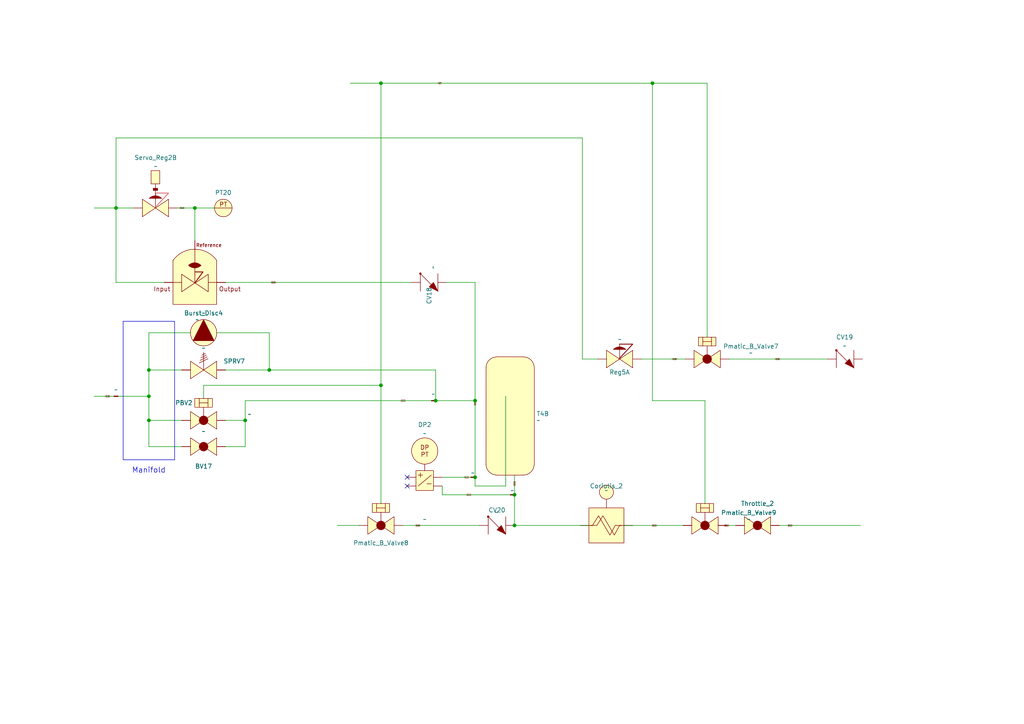
<source format=kicad_sch>
(kicad_sch (version 20250114) (generator "eeschema") (generator_version "9.0")
  (paper "A4")
  (lib_symbols
    (symbol "Ball_Valve_1"
      (property "Reference" "BV" (at 3.81 -4.318 0))
      (symbol "Ball_Valve_1_1_1"
        (polyline (pts (xy 3.81 0) (xy 0 -2.54) (xy 0 2.54) (xy 3.81 0)) (fill (type background)))
        (polyline (pts (xy 3.81 0) (xy 7.62 2.54) (xy 7.62 -2.54) (xy 3.81 0)) (fill (type background)))
        (circle (center 3.81 0) (radius 1.27) (fill (type outline)))
        (pin passive line (at -2.54 0 0) (length 2.54) (name "") (number ""))
        (pin passive line (at 10.16 0 180) (length 2.54) (name "") (number ""))
      )
    )
    (symbol "Check_Valve_1"
      (property "Reference" "CV" (at 2.54 -4.064 0))
      (symbol "Check_Valve_1_0_1"
        (polyline (pts (xy 0 2.54) (xy 5.08 -2.54)))
        (polyline (pts (xy 0 0) (xy 0 2.54)))
        (polyline (pts (xy 0 0) (xy 0 -2.54)))
        (polyline (pts (xy 5.08 -2.54) (xy 5.08 2.54)))
      )
      (symbol "Check_Valve_1_1_1"
        (circle (center 0 2.54) (radius 0.254) (fill (type outline)))
        (polyline (pts (xy 5.08 -2.54) (xy 2.54 -1.27) (xy 3.81 0) (xy 5.08 -2.54)) (fill (type outline)))
        (pin bidirectional line (at -2.54 0 0) (length 2.54) (name "") (number ""))
        (pin bidirectional line (at 7.62 0 180) (length 2.54) (name "") (number ""))
      )
    )
    (symbol "Check_Valve_2"
      (property "Reference" "CV" (at 2.54 -4.064 0))
      (symbol "Check_Valve_2_0_1"
        (polyline (pts (xy 0 2.54) (xy 5.08 -2.54)))
        (polyline (pts (xy 0 0) (xy 0 2.54)))
        (polyline (pts (xy 0 0) (xy 0 -2.54)))
        (polyline (pts (xy 5.08 -2.54) (xy 5.08 2.54)))
      )
      (symbol "Check_Valve_2_1_1"
        (circle (center 0 2.54) (radius 0.254) (fill (type outline)))
        (polyline (pts (xy 5.08 -2.54) (xy 2.54 -1.27) (xy 3.81 0) (xy 5.08 -2.54)) (fill (type outline)))
        (pin bidirectional line (at -2.54 0 0) (length 2.54) (name "") (number ""))
        (pin bidirectional line (at 7.62 0 180) (length 2.54) (name "") (number ""))
      )
    )
    (symbol "PID_symbols:Ball_Valve"
      (property "Reference" "BV" (at 3.81 -4.318 0))
      (symbol "Ball_Valve_1_1"
        (polyline (pts (xy 3.81 0) (xy 0 -2.54) (xy 0 2.54) (xy 3.81 0)) (fill (type background)))
        (polyline (pts (xy 3.81 0) (xy 7.62 2.54) (xy 7.62 -2.54) (xy 3.81 0)) (fill (type background)))
        (circle (center 3.81 0) (radius 1.27) (fill (type outline)))
        (pin passive line (at -2.54 0 0) (length 2.54) (name "") (number ""))
        (pin passive line (at 10.16 0 180) (length 2.54) (name "") (number ""))
      )
    )
    (symbol "PID_symbols:Burst_Disc"
      (property "Reference" "Burst_Disc" (at 0 -5.334 0))
      (symbol "Burst_Disc_1_1"
        (polyline (pts (xy 0 3.81) (xy -3.048 -2.286) (xy 3.048 -2.286) (xy 0 3.81)) (fill (type outline)))
        (circle (center 0 0) (radius 3.81) (fill (type background)))
        (pin passive line (at -3.81 0 0) (length 0) (name "") (number ""))
        (pin passive line (at 0 -3.81 90) (length 0) (name "") (number ""))
        (pin passive line (at 3.81 0 180) (length 0) (name "") (number ""))
      )
    )
    (symbol "PID_symbols:Check_Valve"
      (property "Reference" "CV" (at 2.54 -4.064 0))
      (symbol "Check_Valve_0_1"
        (polyline (pts (xy 0 2.54) (xy 5.08 -2.54)))
        (polyline (pts (xy 0 0) (xy 0 2.54)))
        (polyline (pts (xy 0 0) (xy 0 -2.54)))
        (polyline (pts (xy 5.08 -2.54) (xy 5.08 2.54)))
      )
      (symbol "Check_Valve_1_1"
        (circle (center 0 2.54) (radius 0.254) (fill (type outline)))
        (polyline (pts (xy 5.08 -2.54) (xy 2.54 -1.27) (xy 3.81 0) (xy 5.08 -2.54)) (fill (type outline)))
        (pin bidirectional line (at -2.54 0 0) (length 2.54) (name "") (number ""))
        (pin bidirectional line (at 7.62 0 180) (length 2.54) (name "") (number ""))
      )
    )
    (symbol "PID_symbols:Coriolis_Flow"
      (property "Reference" "CF" (at 0 9.398 0))
      (property "Description" "Coriolis_Desc" (at 0 -7.112 0))
      (symbol "Coriolis_Flow_1_1"
        (rectangle (start -5.08 5.08) (end 5.08 -5.08) (fill (type background)))
        (polyline (pts (xy -5.08 0) (xy -4.064 0) (xy -2.286 2.794) (xy 1.016 -2.794) (xy 2.54 0) (xy 4.318 0)))
        (polyline (pts (xy -4.572 0) (xy -2.794 0) (xy -1.016 2.794) (xy 2.286 -2.794) (xy 3.81 0) (xy 5.08 0)))
        (circle (center 0 9.652) (radius 2.032) (fill (type background)))
        (polyline (pts (xy 0 5.1434) (xy 0 7.62)))
        (pin input line (at -7.62 0 0) (length 2.54) (name "") (number ""))
        (pin input line (at 7.62 0 180) (length 2.54) (name "") (number ""))
      )
    )
    (symbol "PID_symbols:DP_Sensor"
      (property "Reference" "DP" (at 0 -8.89 0))
      (symbol "DP_Sensor_0_1"
        (polyline (pts (xy -1.905 -2.54) (xy -0.635 -2.54)))
        (polyline (pts (xy -1.905 -5.715) (xy 1.905 -2.54)))
        (polyline (pts (xy -1.27 -1.905) (xy -1.27 -3.175)))
        (polyline (pts (xy 0 -1.27) (xy 0 0.635)))
        (polyline (pts (xy 0.635 -5.08) (xy 1.905 -5.08)))
      )
      (symbol "DP_Sensor_1_1"
        (rectangle (start -2.5399 -1.2699) (end 2.5399 -6.9849) (fill (type background)))
        (circle (center 0 4.445) (radius 3.81) (fill (type background)))
        (text "DP\nPT\n" (at 0 4.445 0) (effects (font (size 1.27 1.27))))
        (pin input line (at -5.08 -3.175 0) (length 2.54) (name "") (number ""))
        (pin input line (at -5.08 -5.715 0) (length 2.54) (name "") (number ""))
        (pin input line (at 5.08 -3.175 180) (length 2.54) (name "") (number ""))
        (pin input line (at 5.08 -5.715 180) (length 2.54) (name "") (number ""))
      )
    )
    (symbol "PID_symbols:Dome_Reg"
      (property "Reference" "Dome" (at 0 -4.445 0))
      (symbol "Dome_Reg_0_1"
        (polyline (pts (xy -6.35 6.35) (xy -6.35 -6.35) (xy 6.35 -6.35) (xy 6.35 6.35)))
        (arc (start -6.35 6.35) (mid 0 9.6327) (end 6.35 6.35))
        (polyline (pts (xy 0 0) (xy 0 2.54)))
      )
      (symbol "Dome_Reg_1_1"
        (polyline (pts (xy -6.35 -6.35) (xy 6.35 -6.35) (xy 6.35 6.35) (xy 5.05 7.8) (xy 3.5 8.8) (xy 1.778 9.398) (xy -0.254 9.652) (xy -2.032 9.398) (xy -3.302 8.89) (xy -4.572 8.128) (xy -5.661 7.191) (xy -6.096 6.604) (xy -6.3 6.3) (xy -6.3 -6.3)) (stroke (width -0.0001)) (fill (type background)))
        (polyline (pts (xy -6.33 -0.002) (xy -3.83 0.002)))
        (polyline (pts (xy -3.834 -0.168) (xy -3.834 2.372) (xy -0.024 -0.168) (xy -3.834 -2.708) (xy -3.834 -0.168)) (fill (type background)))
        (polyline (pts (xy -1.824 4.932) (xy 1.732 4.932) (xy 1.478 5.186) (xy 0.97 5.44) (xy -0.046 5.694) (xy -1.062 5.44) (xy -1.57 5.186) (xy -1.824 4.932)) (stroke (width 0.01)) (fill (type outline)))
        (arc (start 1.754 4.9541) (mid -0.024 4.2176) (end -1.802 4.9541))
        (arc (start -1.802 4.9599) (mid -0.024 5.6964) (end 1.754 4.9599))
        (polyline (pts (xy 0 9.652) (xy 0 5.588)))
        (polyline (pts (xy 0 4.318) (xy 0 3.7)))
        (polyline (pts (xy 0 3.728) (xy 0 2.368)))
        (polyline (pts (xy 0 -0.15) (xy 2.3536 3.0474) (xy 0.05 3.05)) (stroke (width 0.25)))
        (polyline (pts (xy 0.076 -0.168) (xy 3.886 2.372) (xy 3.886 -2.708) (xy 0.076 -0.168)) (fill (type background)))
        (polyline (pts (xy 1.776 4.932) (xy -1.78 4.932) (xy -1.526 4.678) (xy -1.018 4.424) (xy -0.002 4.17) (xy 1.014 4.424) (xy 1.522 4.678) (xy 1.776 4.932)) (stroke (width 0.01)) (fill (type outline)))
        (polyline (pts (xy 3.9 0) (xy 6.35 0)))
        (text "Input" (at -9.525 -1.905 0) (effects (font (size 1.27 1.27))))
        (text "Reference \n" (at 4.445 10.795 0) (effects (font (size 1 1))))
        (text "Output" (at 10.16 -1.905 0) (effects (font (size 1.27 1.27))))
        (pin input line (at -8.89 0 0) (length 2.54) (name "") (number ""))
        (pin input line (at 0 12.065 270) (length 2.54) (name "") (number ""))
        (pin input line (at 8.89 0 180) (length 2.54) (name "") (number ""))
      )
    )
    (symbol "PID_symbols:Pneumatic_Rotary_Ball_Valve"
      (property "Reference" "Pmatic_B_Valve" (at 0 -3.81 0))
      (symbol "Pneumatic_Rotary_Ball_Valve_1_1"
        (polyline (pts (xy -1.27 5.08) (xy 1.27 5.08)))
        (polyline (pts (xy -1.27 3.81) (xy -1.27 6.35)))
        (polyline (pts (xy 0 0) (xy -3.81 2.54) (xy -3.81 -2.54) (xy 0 0)) (fill (type background)))
        (polyline (pts (xy 0 0) (xy 3.81 2.54) (xy 3.81 -2.54) (xy 0 0)) (fill (type background)))
        (polyline (pts (xy 0 0) (xy 0 2.54) (xy 0 3.81) (xy -2.54 3.81) (xy -2.54 6.35) (xy 2.54 6.35) (xy 2.54 3.81) (xy 0 3.81)) (fill (type background)))
        (circle (center 0 0) (radius 1.27) (fill (type outline)))
        (polyline (pts (xy 1.27 6.35) (xy 1.27 3.81)))
        (pin passive line (at -6.35 0 0) (length 2.54) (name "") (number ""))
        (pin passive line (at 0 6.35 270) (length 0) (name "") (number ""))
        (pin passive line (at 0 -1.27 90) (length 0) (name "") (number ""))
        (pin passive line (at 6.35 0 180) (length 2.54) (name "") (number ""))
      )
    )
    (symbol "PID_symbols:Pressure_Regulator"
      (property "Reference" "Servo_Reg" (at 3.81 -3.81 0))
      (symbol "Pressure_Regulator_0_1"
        (polyline (pts (xy 2.032 2.794) (xy 5.588 2.794)))
        (polyline (pts (xy 3.81 2.54) (xy 3.81 2.794)))
        (polyline (pts (xy 3.81 0) (xy 3.81 2.54)))
      )
      (symbol "Pressure_Regulator_1_1"
        (unit_name "Reg")
        (polyline (pts (xy 0 0) (xy 0 2.54) (xy 3.81 0) (xy 0 -2.54) (xy 0 0)) (fill (type background)))
        (polyline (pts (xy 2.032 2.794) (xy 5.588 2.794) (xy 5.334 3.048) (xy 4.826 3.302) (xy 3.81 3.556) (xy 2.794 3.302) (xy 2.286 3.048) (xy 2.032 2.794)) (stroke (width 0.01)) (fill (type outline)))
        (polyline (pts (xy 3.81 4.318) (xy 3.81 3.81)))
        (polyline (pts (xy 3.81 3.81) (xy 3.81 3.556)))
        (arc (start 2.032 2.794) (mid 3.81 3.5305) (end 5.588 2.794))
        (polyline (pts (xy 3.81 0.254) (xy 7.62 4.318) (xy 3.81 4.318)) (stroke (width 0.25)))
        (polyline (pts (xy 3.81 0) (xy 7.62 2.54) (xy 7.62 -2.54) (xy 3.81 0)) (fill (type background)))
        (pin passive line (at -2.54 0 0) (length 2.54) (name "") (number ""))
        (pin passive line (at 10.16 0 180) (length 2.54) (name "") (number ""))
      )
      (symbol "Pressure_Regulator_1_2"
        (unit_name "Reg")
        (pin passive line (at -2.54 0 0) (length 2.54) (name "") (number ""))
        (pin passive line (at 10.16 0 180) (length 2.54) (name "") (number ""))
      )
      (symbol "Pressure_Regulator_2_1"
        (unit_name "Servo-Reg")
        (polyline (pts (xy 0 0) (xy 0 2.54) (xy 3.81 0) (xy 0 -2.54) (xy 0 0)) (fill (type background)))
        (polyline (pts (xy 2.032 2.794) (xy 5.588 2.794) (xy 5.334 3.048) (xy 4.826 3.302) (xy 3.81 3.556) (xy 2.794 3.302) (xy 2.286 3.048) (xy 2.032 2.794)) (stroke (width 0.01)) (fill (type outline)))
        (rectangle (start 2.54 10.795) (end 5.08 6.985) (fill (type background)))
        (rectangle (start 3.175 5.715) (end 4.445 5.08) (fill (type outline)))
        (polyline (pts (xy 3.81 4.318) (xy 3.81 3.81)))
        (polyline (pts (xy 3.81 3.81) (xy 3.81 6.985)))
        (polyline (pts (xy 3.81 3.81) (xy 3.81 3.556)))
        (arc (start 2.032 2.794) (mid 3.81 3.5305) (end 5.588 2.794))
        (polyline (pts (xy 3.81 0.254) (xy 7.62 4.318) (xy 3.81 4.318)) (stroke (width 0.25) (color 224 108 117 1)))
        (polyline (pts (xy 3.81 0) (xy 7.62 2.54) (xy 7.62 -2.54) (xy 3.81 0)) (fill (type background)))
        (pin passive line (at -2.54 0 0) (length 2.54) (name "") (number ""))
        (pin passive line (at 10.16 0 180) (length 2.54) (name "") (number ""))
      )
      (symbol "Pressure_Regulator_2_2"
        (unit_name "Servo-Reg")
        (pin passive line (at -2.54 0 0) (length 2.54) (name "") (number ""))
        (pin passive line (at 10.16 0 180) (length 2.54) (name "") (number ""))
      )
    )
    (symbol "PID_symbols:Pressure_Transducer"
      (property "Reference" "PT" (at 0 -3.81 0))
      (symbol "Pressure_Transducer_0_1"
        (polyline (pts (xy -2.54 0) (xy 2.54 0)))
      )
      (symbol "Pressure_Transducer_1_1"
        (circle (center 0 0) (radius 2.54) (fill (type background)))
        (text "PT\n" (at 0 1.016 0) (effects (font (size 1.27 1.27))))
        (pin passive line (at -2.54 0 0) (length 0) (name "") (number ""))
        (pin passive line (at 0 -2.54 90) (length 0) (name "") (number ""))
        (pin passive line (at 2.54 0 180) (length 0) (name "") (number ""))
      )
    )
    (symbol "PID_symbols:SPRV"
      (property "Reference" "SPRV" (at 3.556 -3.302 0))
      (symbol "SPRV_0_1"
        (polyline (pts (xy 3.81 0) (xy 3.81 5.08)))
        (polyline (pts (xy 4.318 4.826) (xy 3.302 4.318)))
        (polyline (pts (xy 4.572 4.318) (xy 3.048 3.556)))
        (polyline (pts (xy 4.826 3.81) (xy 2.794 2.794)))
        (polyline (pts (xy 5.08 3.302) (xy 2.54 2.032)))
      )
      (symbol "SPRV_1_1"
        (polyline (pts (xy 0 0) (xy 0 2.54) (xy 3.81 0) (xy 0 -2.54) (xy 0 0)) (fill (type background)))
        (polyline (pts (xy 3.81 0) (xy 7.62 2.54) (xy 7.62 -2.54) (xy 3.81 0)) (fill (type background)))
        (pin passive line (at -2.54 0 0) (length 2.54) (name "") (number ""))
        (pin passive line (at 10.16 0 180) (length 2.54) (name "") (number ""))
      )
    )
    (symbol "PID_symbols:Tank"
      (property "Reference" "T" (at 6.35 5.08 0))
      (symbol "Tank_1_1"
        (unit_name "Small")
        (polyline (pts (xy -2.54 0) (xy -2.54 8.255) (xy -2.54 8.89)))
        (polyline (pts (xy -2.54 0) (xy -2.286 -1.016) (xy -2.032 -1.524) (xy -1.524 -2.032) (xy -1.016 -2.286) (xy -0.254 -2.54) (xy 1.524 -2.54) (xy 2.286 -2.54) (xy 3.048 -2.54) (xy 4.064 -2.032) (xy 4.572 -1.524) (xy 4.826 -1.016) (xy 5.08 0) (xy 5.08 3.81) (xy 5.08 8.89) (xy 4.826 9.906) (xy 4.318 10.668) (xy 3.81 11.176) (xy 3.048 11.43) (xy 1.524 11.43) (xy 0.508 11.43) (xy -0.254 11.43) (xy -1.016 11.176) (xy -1.524 10.922) (xy -2.032 10.414) (xy -2.54 9.144) (xy -2.54 0)) (stroke (width -0.0001)) (fill (type background)))
        (arc (start -2.54 8.89) (mid -1.7961 10.6861) (end 0 11.43))
        (arc (start 0 -2.54) (mid -1.7961 -1.7961) (end -2.54 0))
        (polyline (pts (xy 0 11.43) (xy 2.54 11.43)))
        (polyline (pts (xy 0 -2.54) (xy 2.54 -2.54)))
        (arc (start 2.54 11.43) (mid 4.3361 10.6861) (end 5.08 8.89))
        (arc (start 5.08 0) (mid 4.3361 -1.7961) (end 2.54 -2.54))
        (polyline (pts (xy 5.08 8.89) (xy 5.08 0)))
        (pin passive line (at 1.27 11.43 270) (length 0) (name "") (number ""))
        (pin passive line (at 1.27 -2.54 90) (length 0) (name "") (number ""))
      )
      (symbol "Tank_1_2"
        (unit_name "Small")
        (pin passive line (at 1.27 11.43 270) (length 0) (name "") (number ""))
        (pin passive line (at 1.27 -2.54 90) (length 0) (name "") (number ""))
      )
      (symbol "Tank_2_1"
        (unit_name "Big COAX")
        (polyline (pts (xy -5.715 0.635) (xy -5.715 28.575)))
        (arc (start -5.715 28.575) (mid -4.7851 30.8201) (end -2.54 31.75))
        (arc (start -2.54 -2.54) (mid -4.7851 -1.6101) (end -5.715 0.635))
        (polyline (pts (xy -2.54 31.75) (xy 5.08 31.75)))
        (polyline (pts (xy -2.54 -2.54) (xy 5.08 -2.54)))
        (arc (start 5.0799 31.7499) (mid 7.325 30.82) (end 8.2549 28.5749))
        (arc (start 8.255 0.635) (mid 7.3251 -1.6101) (end 5.08 -2.54))
        (polyline (pts (xy 5.4324 -2.5474) (xy 6.85 -2) (xy 7.62 -1.27) (xy 8.128 -0.508) (xy 8.25 1.45) (xy 8.25 4.75) (xy 8.25 28.65) (xy 8.15 29.55) (xy 7.4 30.85) (xy 6.2 31.6) (xy 5.15 31.7) (xy -2.4 31.75) (xy -3.25 31.7) (xy -4.3 31.25) (xy -5.2 30.4) (xy -5.5 29.7) (xy -5.65 28.85) (xy -5.7 28.45) (xy -5.75 0.3) (xy -5.35 -1) (xy -4.45 -1.85) (xy -3.7 -2.3) (xy -2.8 -2.55) (xy 5.5 -2.5)) (stroke (width -0.0001)) (fill (type background)))
        (polyline (pts (xy 8.255 28.575) (xy 8.255 0.635)))
        (pin passive line (at 0 20.32 90) (length 0) (name "") (number ""))
        (pin passive line (at 2.54 -2.54 90) (length 0) (name "") (number ""))
      )
      (symbol "Tank_2_2"
        (unit_name "Big COAX")
        (pin passive line (at 0 -2.54 90) (length 0) (name "") (number ""))
        (pin passive line (at 2.54 -2.54 90) (length 0) (name "") (number ""))
      )
    )
    (symbol "PID_symbols:stop" (in_bom no) (on_board no)
      (symbol "stop_1_1"
        (rectangle (start -1.27 0.127) (end 0 -0.127) (stroke (width 0.05)) (fill (type outline)))
        (pin bidirectional line (at -1.27 0 0) (length 0) (name "") (number ""))
        (pin bidirectional line (at 0 0 180) (length 0) (name "") (number ""))
      )
    )
    (symbol "Pneumatic_Rotary_Ball_Valve_1"
      (property "Reference" "Pmatic_B_Valve" (at 0 -3.81 0))
      (symbol "Pneumatic_Rotary_Ball_Valve_1_1_1"
        (polyline (pts (xy -1.27 5.08) (xy 1.27 5.08)))
        (polyline (pts (xy -1.27 3.81) (xy -1.27 6.35)))
        (polyline (pts (xy 0 0) (xy -3.81 2.54) (xy -3.81 -2.54) (xy 0 0)) (fill (type background)))
        (polyline (pts (xy 0 0) (xy 3.81 2.54) (xy 3.81 -2.54) (xy 0 0)) (fill (type background)))
        (polyline (pts (xy 0 0) (xy 0 2.54) (xy 0 3.81) (xy -2.54 3.81) (xy -2.54 6.35) (xy 2.54 6.35) (xy 2.54 3.81) (xy 0 3.81)) (fill (type background)))
        (circle (center 0 0) (radius 1.27) (fill (type outline)))
        (polyline (pts (xy 1.27 6.35) (xy 1.27 3.81)))
        (pin passive line (at -6.35 0 0) (length 2.54) (name "") (number ""))
        (pin passive line (at 0 6.35 270) (length 0) (name "") (number ""))
        (pin passive line (at 0 -1.27 90) (length 0) (name "") (number ""))
        (pin passive line (at 6.35 0 180) (length 2.54) (name "") (number ""))
      )
    )
    (symbol "Pneumatic_Rotary_Ball_Valve_2"
      (property "Reference" "Pmatic_B_Valve" (at 0 -3.81 0))
      (symbol "Pneumatic_Rotary_Ball_Valve_2_1_1"
        (polyline (pts (xy -1.27 5.08) (xy 1.27 5.08)))
        (polyline (pts (xy -1.27 3.81) (xy -1.27 6.35)))
        (polyline (pts (xy 0 0) (xy -3.81 2.54) (xy -3.81 -2.54) (xy 0 0)) (fill (type background)))
        (polyline (pts (xy 0 0) (xy 3.81 2.54) (xy 3.81 -2.54) (xy 0 0)) (fill (type background)))
        (polyline (pts (xy 0 0) (xy 0 2.54) (xy 0 3.81) (xy -2.54 3.81) (xy -2.54 6.35) (xy 2.54 6.35) (xy 2.54 3.81) (xy 0 3.81)) (fill (type background)))
        (circle (center 0 0) (radius 1.27) (fill (type outline)))
        (polyline (pts (xy 1.27 6.35) (xy 1.27 3.81)))
        (pin passive line (at -6.35 0 0) (length 2.54) (name "") (number ""))
        (pin passive line (at 0 6.35 270) (length 0) (name "") (number ""))
        (pin passive line (at 0 -1.27 90) (length 0) (name "") (number ""))
        (pin passive line (at 6.35 0 180) (length 2.54) (name "") (number ""))
      )
    )
    (symbol "Pneumatic_Rotary_Ball_Valve_3"
      (property "Reference" "Pmatic_B_Valve" (at 0 -3.81 0))
      (symbol "Pneumatic_Rotary_Ball_Valve_3_1_1"
        (polyline (pts (xy -1.27 5.08) (xy 1.27 5.08)))
        (polyline (pts (xy -1.27 3.81) (xy -1.27 6.35)))
        (polyline (pts (xy 0 0) (xy -3.81 2.54) (xy -3.81 -2.54) (xy 0 0)) (fill (type background)))
        (polyline (pts (xy 0 0) (xy 3.81 2.54) (xy 3.81 -2.54) (xy 0 0)) (fill (type background)))
        (polyline (pts (xy 0 0) (xy 0 2.54) (xy 0 3.81) (xy -2.54 3.81) (xy -2.54 6.35) (xy 2.54 6.35) (xy 2.54 3.81) (xy 0 3.81)) (fill (type background)))
        (circle (center 0 0) (radius 1.27) (fill (type outline)))
        (polyline (pts (xy 1.27 6.35) (xy 1.27 3.81)))
        (pin passive line (at -6.35 0 0) (length 2.54) (name "") (number ""))
        (pin passive line (at 0 6.35 270) (length 0) (name "") (number ""))
        (pin passive line (at 0 -1.27 90) (length 0) (name "") (number ""))
        (pin passive line (at 6.35 0 180) (length 2.54) (name "") (number ""))
      )
    )
    (symbol "Pressure_Regulator_1"
      (property "Reference" "Servo_Reg" (at 3.81 -3.81 0))
      (symbol "Pressure_Regulator_1_0_1"
        (polyline (pts (xy 2.032 2.794) (xy 5.588 2.794)))
        (polyline (pts (xy 3.81 2.54) (xy 3.81 2.794)))
        (polyline (pts (xy 3.81 0) (xy 3.81 2.54)))
      )
      (symbol "Pressure_Regulator_1_1_1"
        (unit_name "Reg")
        (polyline (pts (xy 0 0) (xy 0 2.54) (xy 3.81 0) (xy 0 -2.54) (xy 0 0)) (fill (type background)))
        (polyline (pts (xy 2.032 2.794) (xy 5.588 2.794) (xy 5.334 3.048) (xy 4.826 3.302) (xy 3.81 3.556) (xy 2.794 3.302) (xy 2.286 3.048) (xy 2.032 2.794)) (stroke (width 0.01)) (fill (type outline)))
        (polyline (pts (xy 3.81 4.318) (xy 3.81 3.81)))
        (polyline (pts (xy 3.81 3.81) (xy 3.81 3.556)))
        (arc (start 2.032 2.794) (mid 3.81 3.5305) (end 5.588 2.794))
        (polyline (pts (xy 3.81 0.254) (xy 7.62 4.318) (xy 3.81 4.318)) (stroke (width 0.25)))
        (polyline (pts (xy 3.81 0) (xy 7.62 2.54) (xy 7.62 -2.54) (xy 3.81 0)) (fill (type background)))
        (pin passive line (at -2.54 0 0) (length 2.54) (name "") (number ""))
        (pin passive line (at 10.16 0 180) (length 2.54) (name "") (number ""))
      )
      (symbol "Pressure_Regulator_1_1_2"
        (unit_name "Reg")
        (pin passive line (at -2.54 0 0) (length 2.54) (name "") (number ""))
        (pin passive line (at 10.16 0 180) (length 2.54) (name "") (number ""))
      )
      (symbol "Pressure_Regulator_1_2_1"
        (unit_name "Servo-Reg")
        (polyline (pts (xy 0 0) (xy 0 2.54) (xy 3.81 0) (xy 0 -2.54) (xy 0 0)) (fill (type background)))
        (polyline (pts (xy 2.032 2.794) (xy 5.588 2.794) (xy 5.334 3.048) (xy 4.826 3.302) (xy 3.81 3.556) (xy 2.794 3.302) (xy 2.286 3.048) (xy 2.032 2.794)) (stroke (width 0.01)) (fill (type outline)))
        (rectangle (start 2.54 10.795) (end 5.08 6.985) (fill (type background)))
        (rectangle (start 3.175 5.715) (end 4.445 5.08) (fill (type outline)))
        (polyline (pts (xy 3.81 4.318) (xy 3.81 3.81)))
        (polyline (pts (xy 3.81 3.81) (xy 3.81 6.985)))
        (polyline (pts (xy 3.81 3.81) (xy 3.81 3.556)))
        (arc (start 2.032 2.794) (mid 3.81 3.5305) (end 5.588 2.794))
        (polyline (pts (xy 3.81 0.254) (xy 7.62 4.318) (xy 3.81 4.318)) (stroke (width 0.25) (color 224 108 117 1)))
        (polyline (pts (xy 3.81 0) (xy 7.62 2.54) (xy 7.62 -2.54) (xy 3.81 0)) (fill (type background)))
        (pin passive line (at -2.54 0 0) (length 2.54) (name "") (number ""))
        (pin passive line (at 10.16 0 180) (length 2.54) (name "") (number ""))
      )
      (symbol "Pressure_Regulator_1_2_2"
        (unit_name "Servo-Reg")
        (pin passive line (at -2.54 0 0) (length 2.54) (name "") (number ""))
        (pin passive line (at 10.16 0 180) (length 2.54) (name "") (number ""))
      )
    )
    (symbol "stop_1" (in_bom no) (on_board no)
      (symbol "stop_1_1_1"
        (rectangle (start -1.27 0.127) (end 0 -0.127) (stroke (width 0.05)) (fill (type outline)))
        (pin bidirectional line (at -1.27 0 0) (length 0) (name "") (number ""))
        (pin bidirectional line (at 0 0 180) (length 0) (name "") (number ""))
      )
    )
    (symbol "stop_2" (in_bom no) (on_board no)
      (symbol "stop_2_1_1"
        (rectangle (start -1.27 0.127) (end 0 -0.127) (stroke (width 0.05)) (fill (type outline)))
        (pin bidirectional line (at -1.27 0 0) (length 0) (name "") (number ""))
        (pin bidirectional line (at 0 0 180) (length 0) (name "") (number ""))
      )
    )
    (symbol "stop_3" (in_bom no) (on_board no)
      (symbol "stop_3_1_1"
        (rectangle (start -1.27 0.127) (end 0 -0.127) (stroke (width 0.05)) (fill (type outline)))
        (pin bidirectional line (at -1.27 0 0) (length 0) (name "") (number ""))
        (pin bidirectional line (at 0 0 180) (length 0) (name "") (number ""))
      )
    )
  )
  (rectangle (start 35.7187 93.1863) (end 50.6413 133.3499))
  (text "Manifold" (at 43.18 136.525 0) (effects (font (size 1.524 1.524))))
  (junction (at 43.18 114.935))
  (junction (at 56.515 60.325))
  (junction (at 137.795 116.205))
  (junction (at 43.18 107.315))
  (junction (at 149.225 152.4))
  (junction (at 110.49 111.76))
  (junction (at 43.18 121.92))
  (junction (at 110.49 24.13))
  (junction (at 126.365 116.205))
  (junction (at 149.225 143.51))
  (junction (at 78.105 107.315))
  (junction (at 137.795 138.43))
  (junction (at 71.12 121.92))
  (junction (at 189.23 24.13))
  (junction (at 33.655 60.325))
  (no_connect (at 118.11 140.97))
  (no_connect (at 118.11 138.43))
  (wire (pts (xy 116.84 152.4) (xy 139.065 152.4)))
  (wire (pts (xy 43.18 107.315) (xy 43.18 114.935)))
  (wire (pts (xy 226.06 152.4) (xy 249.555 152.4)))
  (wire (pts (xy 65.405 129.54) (xy 71.12 129.54)))
  (wire (pts (xy 65.405 107.315) (xy 78.105 107.315)))
  (wire (pts (xy 56.515 60.325) (xy 62.23 60.325)))
  (wire (pts (xy 128.27 140.97) (xy 128.27 143.51)))
  (wire (pts (xy 110.49 24.13) (xy 110.49 111.76)))
  (wire (pts (xy 137.795 138.43) (xy 137.795 140.97)))
  (wire (pts (xy 43.18 129.54) (xy 43.18 121.92)))
  (wire (pts (xy 168.91 40.005) (xy 33.655 40.005)))
  (wire (pts (xy 211.455 104.14) (xy 240.03 104.14)))
  (wire (pts (xy 43.18 129.54) (xy 52.705 129.54)))
  (wire (pts (xy 33.655 40.005) (xy 33.655 60.325)))
  (wire (pts (xy 78.105 96.52) (xy 78.105 107.315)))
  (wire (pts (xy 27.305 60.325) (xy 33.655 60.325)))
  (wire (pts (xy 110.49 111.76) (xy 110.49 146.05)))
  (wire (pts (xy 71.12 116.205) (xy 125.095 116.205)))
  (wire (pts (xy 210.82 152.4) (xy 213.36 152.4)))
  (wire (pts (xy 71.12 116.205) (xy 71.12 121.92)))
  (wire (pts (xy 137.795 140.97) (xy 146.685 140.97)))
  (wire (pts (xy 128.27 138.43) (xy 136.525 138.43)))
  (wire (pts (xy 129.54 81.915) (xy 137.795 81.915)))
  (wire (pts (xy 33.655 81.915) (xy 47.625 81.915)))
  (wire (pts (xy 56.515 60.325) (xy 56.515 69.85)))
  (wire (pts (xy 43.18 114.935) (xy 43.18 121.92)))
  (wire (pts (xy 65.405 81.915) (xy 119.38 81.915)))
  (wire (pts (xy 173.355 104.14) (xy 168.91 104.14)))
  (wire (pts (xy 33.655 60.325) (xy 38.735 60.325)))
  (wire (pts (xy 149.225 152.4) (xy 170.815 152.4)))
  (wire (pts (xy 59.055 111.76) (xy 110.49 111.76)))
  (wire (pts (xy 146.685 114.935) (xy 146.685 140.97)))
  (wire (pts (xy 43.18 107.315) (xy 52.705 107.315)))
  (wire (pts (xy 43.18 96.52) (xy 43.18 107.315)))
  (wire (pts (xy 65.405 121.92) (xy 71.12 121.92)))
  (wire (pts (xy 101.6 24.13) (xy 110.49 24.13)))
  (wire (pts (xy 59.055 115.57) (xy 59.055 111.76)))
  (wire (pts (xy 27.305 114.935) (xy 33.02 114.935)))
  (wire (pts (xy 149.225 143.51) (xy 149.225 137.795)))
  (wire (pts (xy 180.975 152.4) (xy 198.12 152.4)))
  (wire (pts (xy 137.795 81.915) (xy 137.795 116.205)))
  (wire (pts (xy 186.055 104.14) (xy 198.755 104.14)))
  (wire (pts (xy 110.49 24.13) (xy 189.23 24.13)))
  (wire (pts (xy 34.29 114.935) (xy 43.18 114.935)))
  (wire (pts (xy 189.23 24.13) (xy 189.23 116.205)))
  (wire (pts (xy 97.79 152.4) (xy 104.14 152.4)))
  (wire (pts (xy 204.47 116.205) (xy 189.23 116.205)))
  (wire (pts (xy 204.47 146.05) (xy 204.47 116.205)))
  (wire (pts (xy 149.225 152.4) (xy 149.225 143.51)))
  (wire (pts (xy 33.655 81.915) (xy 33.655 60.325)))
  (wire (pts (xy 78.105 107.315) (xy 126.365 107.315)))
  (wire (pts (xy 126.365 107.315) (xy 126.365 116.205)))
  (wire (pts (xy 205.105 24.13) (xy 205.105 97.79)))
  (wire (pts (xy 43.18 96.52) (xy 55.245 96.52)))
  (wire (pts (xy 51.435 60.325) (xy 56.515 60.325)))
  (wire (pts (xy 62.865 96.52) (xy 78.105 96.52)))
  (wire (pts (xy 126.365 116.205) (xy 137.795 116.205)))
  (wire (pts (xy 43.18 121.92) (xy 52.705 121.92)))
  (wire (pts (xy 128.27 143.51) (xy 147.955 143.51)))
  (wire (pts (xy 137.795 116.205) (xy 137.795 138.43)))
  (wire (pts (xy 168.91 104.14) (xy 168.91 40.005)))
  (wire (pts (xy 189.23 24.13) (xy 205.105 24.13)))
  (wire (pts (xy 71.12 121.92) (xy 71.12 129.54)))
  (global_label "3-8" (shape input) (at 224.79 104.14 0) (effects (font (size 0.254 0.254))) (property "Intersheetrefs" "${INTERSHEET_REFS}" (effects (hide yes))))
  (global_label "1-4" (shape input) (at 135.255 143.51 0) (effects (font (size 0.254 0.254))) (property "Intersheetrefs" "${INTERSHEET_REFS}" (effects (hide yes))))
  (global_label "1-4" (shape input) (at 116.205 116.205 0) (effects (font (size 0.254 0.254))) (property "Intersheetrefs" "${INTERSHEET_REFS}" (effects (hide yes))))
  (global_label "3-8" (shape input) (at 80.01 81.915 180) (effects (font (size 0.254 0.254))) (property "Intersheetrefs" "${INTERSHEET_REFS}" (effects (hide yes))))
  (global_label "1-4" (shape input) (at 134.62 138.43 0) (effects (font (size 0.254 0.254))) (property "Intersheetrefs" "${INTERSHEET_REFS}" (effects (hide yes))))
  (global_label "3-8" (shape input) (at 121.92 152.4 180) (effects (font (size 0.254 0.254))) (property "Intersheetrefs" "${INTERSHEET_REFS}" (effects (hide yes))))
  (global_label "1-2" (shape input) (at 30.48 114.935 0) (effects (font (size 0.254 0.254))) (property "Intersheetrefs" "${INTERSHEET_REFS}" (effects (hide yes))))
  (global_label "3-4" (shape input) (at 211.455 152.4 180) (effects (font (size 0.254 0.254))) (property "Intersheetrefs" "${INTERSHEET_REFS}" (effects (hide yes))))
  (global_label "LP" (shape input) (at 127 24.13 0) (effects (font (size 0.254 0.254))) (property "Intersheetrefs" "${INTERSHEET_REFS}" (effects (hide yes))))
  (global_label "3-8" (shape input) (at 137.795 116.205 270) (effects (font (size 0.254 0.254))) (property "Intersheetrefs" "${INTERSHEET_REFS}" (effects (hide yes))))
  (global_label "3-8" (shape input) (at 194.945 104.14 0) (effects (font (size 0.254 0.254))) (property "Intersheetrefs" "${INTERSHEET_REFS}" (effects (hide yes))))
  (global_label "1-4" (shape input) (at 52.07 60.325 0) (effects (font (size 0.254 0.254))) (property "Intersheetrefs" "${INTERSHEET_REFS}" (effects (hide yes))))
  (global_label "3-4" (shape input) (at 229.87 152.4 180) (effects (font (size 0.254 0.254))) (property "Intersheetrefs" "${INTERSHEET_REFS}" (effects (hide yes))))
  (global_label "3-4" (shape input) (at 149.225 140.97 90) (effects (font (size 0.254 0.254))) (property "Intersheetrefs" "${INTERSHEET_REFS}" (effects (hide yes))))
  (global_label "3-4" (shape input) (at 190.5 152.4 180) (effects (font (size 0.254 0.254))) (property "Intersheetrefs" "${INTERSHEET_REFS}" (effects (hide yes))))
  (symbol (lib_id "PID_symbols:stop") (at 149.225 143.51 0) (unit 1) (in_bom no) (on_board no)
    (property "Reference" "U21" (effects (hide yes)))
    (property "Value" "~" (at 148.59 142.24 0))
  )
  (symbol (lib_id "PID_symbols:Dome_Reg") (at 56.515 81.915 0) (unit 1)
    (property "Reference" "Dome2" (effects (hide yes)))
    (property "Value" "~" (at 57.1954 92.71 0))
  )
  (symbol (lib_id "PID_symbols:Check_Valve") (at 242.57 104.14 0) (unit 1)
    (property "Reference" "CV19" (at 244.983 97.79 0))
    (property "Value" "~" (at 244.983 100.33 0))
  )
  (symbol (lib_id "PID_symbols:Coriolis_Flow") (at 175.895 152.4 0) (unit 1)
    (property "Reference" "Coriolis_2" (at 175.895 140.97 0))
    (property "Value" "~" (at 175.895 142.24 0))
    (property "Description" "Coriolis_Desc" (effects (hide yes)))
  )
  (symbol (lib_id "PID_symbols:Pneumatic_Rotary_Ball_Valve") (at 204.47 152.4 0) (unit 1)
    (property "Reference" "Pmatic_B_Valve9" (at 217.17 148.7168 0))
    (property "Value" "~" (at 217.17 150.6219 0))
  )
  (symbol (lib_id "PID_symbols:Pressure_Transducer") (at 64.77 60.325 0) (unit 1)
    (property "Reference" "PT20" (at 64.77 55.88 0))
  )
  (symbol (lib_id "PID_symbols:SPRV") (at 55.245 107.315 0) (unit 1)
    (property "Reference" "SPRV7" (at 67.945 104.775 0))
    (property "Value" "~" (at 59.055 100.965 0))
  )
  (symbol (lib_id "PID_symbols:Pressure_Regulator") (at 41.275 60.325 0) (unit 2)
    (property "Reference" "Servo_Reg2" (at 45.1475 45.72 0))
    (property "Value" "~" (at 45.1475 48.26 0))
    (property "Description" "Pressure Regulator" (effects (hide yes)))
  )
  (symbol (lib_name "stop_1") (lib_id "PID_symbols:stop") (at 137.795 138.43 0) (unit 1) (in_bom no) (on_board no)
    (property "Reference" "U20" (effects (hide yes)))
    (property "Value" "~" (at 137.16 137.16 0))
  )
  (symbol (lib_id "PID_symbols:DP_Sensor") (at 123.19 135.255 0) (unit 1)
    (property "Reference" "DP2" (at 123.19 123.19 0))
    (property "Value" "~" (at 123.19 125.73 0))
  )
  (symbol (lib_name "Pneumatic_Rotary_Ball_Valve_1") (lib_id "PID_symbols:Pneumatic_Rotary_Ball_Valve") (at 110.49 152.4 0) (unit 1)
    (property "Reference" "Pmatic_B_Valve8" (at 110.49 157.48 0))
    (property "Value" "~" (at 123.19 150.6219 0))
  )
  (symbol (lib_name "Pneumatic_Rotary_Ball_Valve_2") (lib_id "PID_symbols:Pneumatic_Rotary_Ball_Valve") (at 59.055 121.92 0) (unit 1)
    (property "Reference" "PBV2" (at 53.34 116.84 0))
    (property "Value" "~" (at 72.39 120.1419 0))
  )
  (symbol (lib_name "Check_Valve_1") (lib_id "PID_symbols:Check_Valve") (at 141.605 152.4 0) (unit 1)
    (property "Reference" "CV20" (at 144.145 147.955 0))
    (property "Value" "~" (at 144.018 148.59 0))
  )
  (symbol (lib_name "Pneumatic_Rotary_Ball_Valve_3") (lib_id "PID_symbols:Pneumatic_Rotary_Ball_Valve") (at 205.105 104.14 0) (unit 1)
    (property "Reference" "Pmatic_B_Valve7" (at 217.805 100.4568 0))
    (property "Value" "~" (at 217.805 102.3619 0))
  )
  (symbol (lib_name "stop_2") (lib_id "PID_symbols:stop") (at 126.365 116.205 0) (unit 1) (in_bom no) (on_board no)
    (property "Reference" "U19" (effects (hide yes)))
    (property "Value" "~" (at 125.73 114.3 0))
  )
  (symbol (lib_name "Check_Valve_2") (lib_id "PID_symbols:Check_Valve") (at 121.92 81.915 0) (unit 1)
    (property "Reference" "CV18" (at 124.46 88.265 90) (effects (justify left)))
    (property "Value" "~" (at 125.603 78.105 90) (effects (justify left)))
  )
  (symbol (lib_id "PID_symbols:Ball_Valve") (at 215.9 152.4 0) (unit 1)
    (property "Reference" "Throttle_2" (at 219.71 146.05 0))
    (property "Value" "~" (at 219.71 148.59 0))
  )
  (symbol (lib_name "Ball_Valve_1") (lib_id "PID_symbols:Ball_Valve") (at 62.865 129.54 180) (unit 1)
    (property "Reference" "BV17" (at 59.055 135.255 0))
    (property "Value" "~" (at 59.055 125.095 0))
  )
  (symbol (lib_name "stop_3") (lib_id "PID_symbols:stop") (at 34.29 114.935 0) (unit 1) (in_bom no) (on_board no)
    (property "Reference" "U18" (effects (hide yes)))
    (property "Value" "~" (at 33.655 113.03 0))
  )
  (symbol (lib_name "Pressure_Regulator_1") (lib_id "PID_symbols:Pressure_Regulator") (at 175.895 104.14 0) (unit 1)
    (property "Reference" "Reg5" (at 179.705 107.95 0))
    (property "Value" "~" (at 179.7675 98.425 0))
    (property "Description" "Pressure Regulator" (effects (hide yes)))
  )
  (symbol (lib_id "PID_symbols:Burst_Disc") (at 59.055 96.52 0) (unit 1)
    (property "Reference" "Burst_Disc4" (at 59.055 90.805 0))
    (property "Value" "~" (at 59.055 90.805 0))
  )
  (symbol (lib_id "PID_symbols:Tank") (at 146.685 135.255 0) (unit 2)
    (property "Reference" "T4" (at 155.575 120.0199 0) (effects (justify left)))
    (property "Value" "~" (at 155.575 121.925 0) (effects (justify left)))
  )
)
</source>
